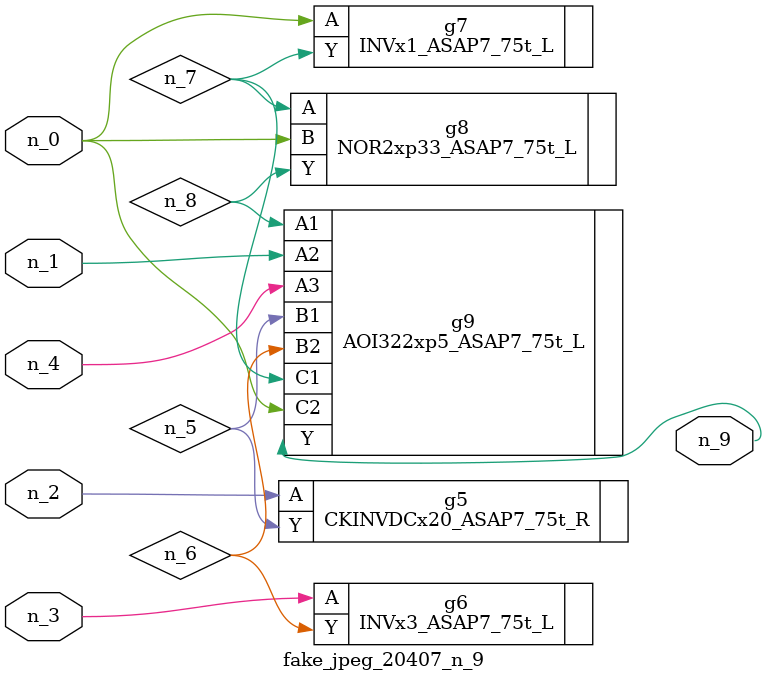
<source format=v>
module fake_jpeg_20407_n_9 (n_3, n_2, n_1, n_0, n_4, n_9);

input n_3;
input n_2;
input n_1;
input n_0;
input n_4;

output n_9;

wire n_8;
wire n_6;
wire n_5;
wire n_7;

CKINVDCx20_ASAP7_75t_R g5 ( 
.A(n_2),
.Y(n_5)
);

INVx3_ASAP7_75t_L g6 ( 
.A(n_3),
.Y(n_6)
);

INVx1_ASAP7_75t_L g7 ( 
.A(n_0),
.Y(n_7)
);

NOR2xp33_ASAP7_75t_L g8 ( 
.A(n_7),
.B(n_0),
.Y(n_8)
);

AOI322xp5_ASAP7_75t_L g9 ( 
.A1(n_8),
.A2(n_1),
.A3(n_4),
.B1(n_5),
.B2(n_6),
.C1(n_7),
.C2(n_0),
.Y(n_9)
);


endmodule
</source>
